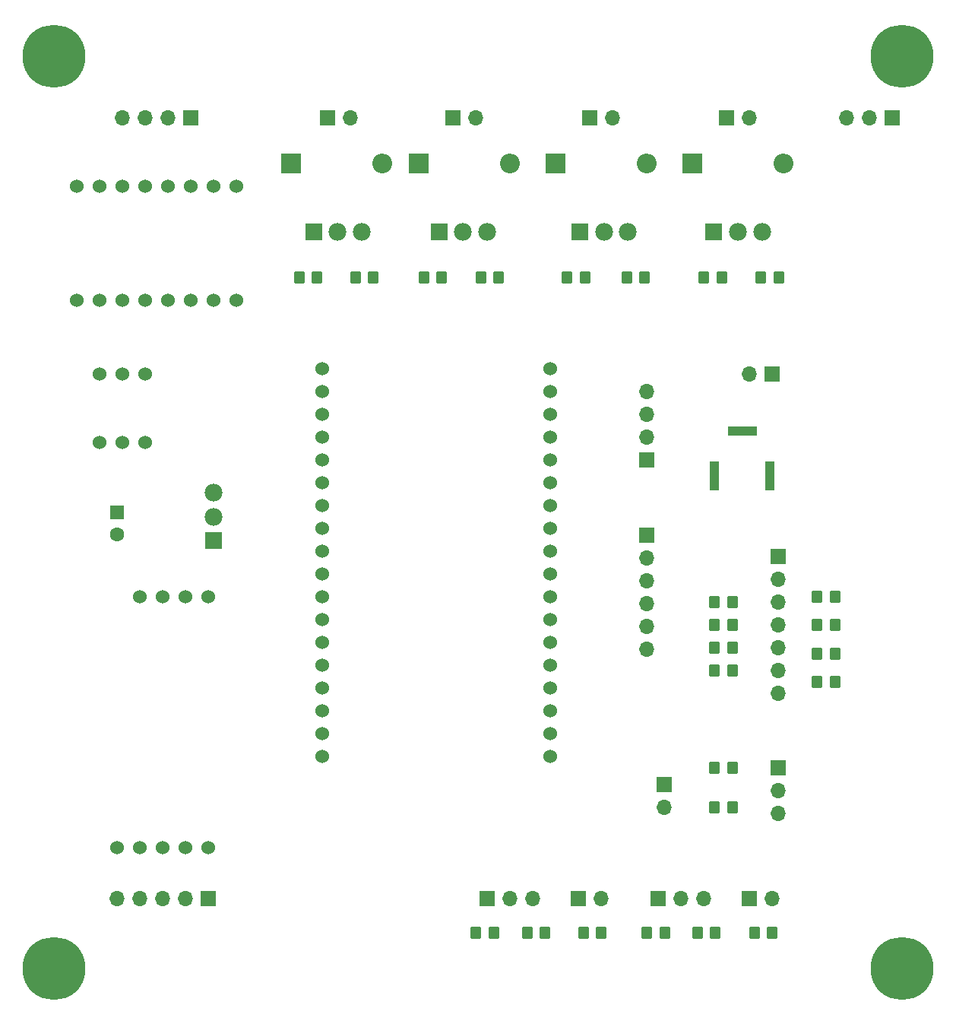
<source format=gts>
%TF.GenerationSoftware,KiCad,Pcbnew,7.0.1*%
%TF.CreationDate,2023-04-23T09:13:03+12:00*%
%TF.ProjectId,Cocktail PCB,436f636b-7461-4696-9c20-5043422e6b69,rev?*%
%TF.SameCoordinates,Original*%
%TF.FileFunction,Soldermask,Top*%
%TF.FilePolarity,Negative*%
%FSLAX46Y46*%
G04 Gerber Fmt 4.6, Leading zero omitted, Abs format (unit mm)*
G04 Created by KiCad (PCBNEW 7.0.1) date 2023-04-23 09:13:03*
%MOMM*%
%LPD*%
G01*
G04 APERTURE LIST*
G04 Aperture macros list*
%AMRoundRect*
0 Rectangle with rounded corners*
0 $1 Rounding radius*
0 $2 $3 $4 $5 $6 $7 $8 $9 X,Y pos of 4 corners*
0 Add a 4 corners polygon primitive as box body*
4,1,4,$2,$3,$4,$5,$6,$7,$8,$9,$2,$3,0*
0 Add four circle primitives for the rounded corners*
1,1,$1+$1,$2,$3*
1,1,$1+$1,$4,$5*
1,1,$1+$1,$6,$7*
1,1,$1+$1,$8,$9*
0 Add four rect primitives between the rounded corners*
20,1,$1+$1,$2,$3,$4,$5,0*
20,1,$1+$1,$4,$5,$6,$7,0*
20,1,$1+$1,$6,$7,$8,$9,0*
20,1,$1+$1,$8,$9,$2,$3,0*%
G04 Aperture macros list end*
%ADD10R,0.990600X3.200400*%
%ADD11R,3.200400X0.990600*%
%ADD12C,7.000000*%
%ADD13R,1.700000X1.700000*%
%ADD14O,1.700000X1.700000*%
%ADD15RoundRect,0.250000X-0.350000X-0.450000X0.350000X-0.450000X0.350000X0.450000X-0.350000X0.450000X0*%
%ADD16R,2.200000X2.200000*%
%ADD17O,2.200000X2.200000*%
%ADD18RoundRect,0.250000X0.350000X0.450000X-0.350000X0.450000X-0.350000X-0.450000X0.350000X-0.450000X0*%
%ADD19R,1.980000X1.980000*%
%ADD20C,1.980000*%
%ADD21R,1.600000X1.600000*%
%ADD22C,1.600000*%
%ADD23C,1.524000*%
G04 APERTURE END LIST*
D10*
X180236000Y-79248000D03*
X186436000Y-79248000D03*
D11*
X183336001Y-74248000D03*
D12*
X201168000Y-134112000D03*
X106680000Y-134112000D03*
X201168000Y-32512000D03*
X106680000Y-32512000D03*
D13*
X174625000Y-113660000D03*
D14*
X174625000Y-116200000D03*
D15*
X191675000Y-99060000D03*
X193675000Y-99060000D03*
D13*
X181610000Y-39370000D03*
D14*
X184150000Y-39370000D03*
D15*
X180245000Y-93345000D03*
X182245000Y-93345000D03*
X191675000Y-92710000D03*
X193675000Y-92710000D03*
D16*
X162560000Y-44450000D03*
D17*
X172720000Y-44450000D03*
D13*
X184145000Y-126365000D03*
D14*
X186685000Y-126365000D03*
D13*
X200010000Y-39370000D03*
D14*
X197470000Y-39370000D03*
X194930000Y-39370000D03*
D15*
X180245000Y-100965000D03*
X182245000Y-100965000D03*
X180245000Y-111760000D03*
X182245000Y-111760000D03*
D18*
X167640000Y-130175000D03*
X165640000Y-130175000D03*
D19*
X149540000Y-52070000D03*
D20*
X152240000Y-52070000D03*
X154940000Y-52070000D03*
D18*
X172450000Y-57150000D03*
X170450000Y-57150000D03*
D15*
X179070000Y-57150000D03*
X181070000Y-57150000D03*
D18*
X155670000Y-130175000D03*
X153670000Y-130175000D03*
X186690000Y-130175000D03*
X184690000Y-130175000D03*
X187420000Y-57150000D03*
X185420000Y-57150000D03*
D15*
X159385000Y-130175000D03*
X161385000Y-130175000D03*
X133985000Y-57150000D03*
X135985000Y-57150000D03*
D16*
X147320000Y-44450000D03*
D17*
X157480000Y-44450000D03*
D19*
X180180000Y-52070000D03*
D20*
X182880000Y-52070000D03*
X185580000Y-52070000D03*
D15*
X180245000Y-95885000D03*
X182245000Y-95885000D03*
D13*
X137160000Y-39370000D03*
D14*
X139700000Y-39370000D03*
D13*
X186690000Y-67945000D03*
D14*
X184150000Y-67945000D03*
D21*
X113665000Y-83312000D03*
D22*
X113665000Y-85812000D03*
D13*
X172720000Y-77470000D03*
D14*
X172720000Y-74930000D03*
X172720000Y-72390000D03*
X172720000Y-69850000D03*
D15*
X147860000Y-57150000D03*
X149860000Y-57150000D03*
D13*
X123825000Y-126365000D03*
D14*
X121285000Y-126365000D03*
X118745000Y-126365000D03*
X116205000Y-126365000D03*
X113665000Y-126365000D03*
D18*
X174720000Y-130175000D03*
X172720000Y-130175000D03*
D15*
X163830000Y-57150000D03*
X165830000Y-57150000D03*
D13*
X165100000Y-126365000D03*
D14*
X167640000Y-126365000D03*
D18*
X156210000Y-57150000D03*
X154210000Y-57150000D03*
D13*
X121920000Y-39370000D03*
D14*
X119380000Y-39370000D03*
X116840000Y-39370000D03*
X114300000Y-39370000D03*
D15*
X191675000Y-95885000D03*
X193675000Y-95885000D03*
D13*
X187325000Y-111760000D03*
D14*
X187325000Y-114300000D03*
X187325000Y-116840000D03*
D23*
X111760000Y-75565000D03*
X114300000Y-75525000D03*
X116840000Y-75565000D03*
X116840000Y-67945000D03*
X114300000Y-67905000D03*
X111760000Y-67945000D03*
D15*
X180245000Y-98425000D03*
X182245000Y-98425000D03*
D13*
X151130000Y-39370000D03*
D14*
X153670000Y-39370000D03*
D19*
X124460000Y-86520000D03*
D20*
X124460000Y-83820000D03*
X124460000Y-81120000D03*
D23*
X136525000Y-67310000D03*
X136525000Y-69850000D03*
X136525000Y-72390000D03*
X136525000Y-74930000D03*
X136525000Y-77470000D03*
X136525000Y-80010000D03*
X136525000Y-82550000D03*
X136525000Y-85090000D03*
X136525000Y-87630000D03*
X136525000Y-90170000D03*
X136525000Y-92710000D03*
X136525000Y-95250000D03*
X136525000Y-97790000D03*
X136525000Y-100330000D03*
X136525000Y-102870000D03*
X136525000Y-105410000D03*
X136525000Y-107950000D03*
X136525000Y-110490000D03*
X161925000Y-67310000D03*
X161925000Y-69850000D03*
X161925000Y-72390000D03*
X161925000Y-74930000D03*
X161925000Y-77470000D03*
X161925000Y-80010000D03*
X161925000Y-82550000D03*
X161925000Y-85090000D03*
X161925000Y-87630000D03*
X161925000Y-90170000D03*
X161925000Y-92710000D03*
X161925000Y-95250000D03*
X161933619Y-97790000D03*
X161925000Y-100330000D03*
X161925000Y-102870000D03*
X161925000Y-105410000D03*
X161925000Y-107950000D03*
X161925000Y-110490000D03*
D19*
X135570000Y-52070000D03*
D20*
X138270000Y-52070000D03*
X140970000Y-52070000D03*
D19*
X165210000Y-52070000D03*
D20*
X167910000Y-52070000D03*
X170610000Y-52070000D03*
D23*
X116205000Y-92710000D03*
X118745000Y-92710000D03*
X121285000Y-92710000D03*
X123825000Y-92710000D03*
X113665000Y-120650000D03*
X116205000Y-120650000D03*
X118745000Y-120650000D03*
X121285000Y-120650000D03*
X123825000Y-120650000D03*
D16*
X177800000Y-44450000D03*
D17*
X187960000Y-44450000D03*
D18*
X182245000Y-116205000D03*
X180245000Y-116205000D03*
D13*
X187325000Y-88265000D03*
D14*
X187325000Y-90805000D03*
X187325000Y-93345000D03*
X187325000Y-95885000D03*
X187325000Y-98425000D03*
X187325000Y-100965000D03*
X187325000Y-103505000D03*
D13*
X174005000Y-126365000D03*
D14*
X176545000Y-126365000D03*
X179085000Y-126365000D03*
D13*
X154940000Y-126365000D03*
D14*
X157480000Y-126365000D03*
X160020000Y-126365000D03*
D18*
X142240000Y-57150000D03*
X140240000Y-57150000D03*
D16*
X133030000Y-44450000D03*
D17*
X143190000Y-44450000D03*
D15*
X191675000Y-102235000D03*
X193675000Y-102235000D03*
D13*
X166370000Y-39370000D03*
D14*
X168910000Y-39370000D03*
D13*
X172720000Y-85852000D03*
D14*
X172720000Y-88392000D03*
X172720000Y-90932000D03*
X172720000Y-93472000D03*
X172720000Y-96012000D03*
X172720000Y-98552000D03*
D15*
X178340000Y-130175000D03*
X180340000Y-130175000D03*
D23*
X109220000Y-59690000D03*
X111760000Y-59690000D03*
X114300000Y-59690000D03*
X116840000Y-59690000D03*
X119380000Y-59690000D03*
X121920000Y-59690000D03*
X124460000Y-59690000D03*
X127000000Y-59690000D03*
X109220000Y-46990000D03*
X111760000Y-46990000D03*
X114300000Y-46990000D03*
X116840000Y-46990000D03*
X119380000Y-46990000D03*
X121920000Y-46990000D03*
X124460000Y-46990000D03*
X127000000Y-46990000D03*
M02*

</source>
